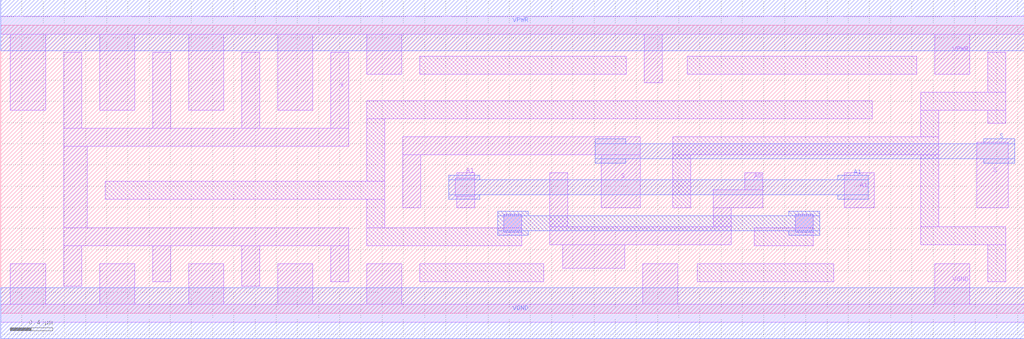
<source format=lef>
# Copyright 2020 The SkyWater PDK Authors
#
# Licensed under the Apache License, Version 2.0 (the "License");
# you may not use this file except in compliance with the License.
# You may obtain a copy of the License at
#
#     https://www.apache.org/licenses/LICENSE-2.0
#
# Unless required by applicable law or agreed to in writing, software
# distributed under the License is distributed on an "AS IS" BASIS,
# WITHOUT WARRANTIES OR CONDITIONS OF ANY KIND, either express or implied.
# See the License for the specific language governing permissions and
# limitations under the License.
#
# SPDX-License-Identifier: Apache-2.0

VERSION 5.5 ;
NAMESCASESENSITIVE ON ;
BUSBITCHARS "[]" ;
DIVIDERCHAR "/" ;
MACRO sky130_fd_sc_hd__mux2_8
  CLASS CORE ;
  SOURCE USER ;
  ORIGIN  0.000000  0.000000 ;
  SIZE  9.660000 BY  2.720000 ;
  SYMMETRY X Y R90 ;
  SITE unithd ;
  PIN A0
    ANTENNAGATEAREA  0.492000 ;
    DIRECTION INPUT ;
    USE SIGNAL ;
    PORT
      LAYER li1 ;
        RECT 5.180000 0.645000 6.895000 0.815000 ;
        RECT 5.180000 0.815000 5.350000 1.325000 ;
        RECT 5.305000 0.425000 5.890000 0.645000 ;
        RECT 6.725000 0.815000 6.895000 0.995000 ;
        RECT 6.725000 0.995000 7.195000 1.165000 ;
        RECT 7.025000 1.165000 7.195000 1.325000 ;
    END
  END A0
  PIN A1
    ANTENNAGATEAREA  0.492000 ;
    DIRECTION INPUT ;
    USE SIGNAL ;
    PORT
      LAYER li1 ;
        RECT 4.290000 1.105000 4.475000 1.275000 ;
        RECT 4.305000 0.995000 4.475000 1.105000 ;
        RECT 4.305000 1.275000 4.475000 1.325000 ;
    END
    PORT
      LAYER li1 ;
        RECT 7.960000 0.995000 8.245000 1.325000 ;
    END
    PORT
      LAYER met1 ;
        RECT 4.230000 1.075000 4.520000 1.120000 ;
        RECT 4.230000 1.120000 8.190000 1.260000 ;
        RECT 4.230000 1.260000 4.520000 1.305000 ;
        RECT 7.900000 1.075000 8.190000 1.120000 ;
        RECT 7.900000 1.260000 8.190000 1.305000 ;
    END
  END A1
  PIN S
    ANTENNAGATEAREA  0.739500 ;
    DIRECTION INPUT ;
    USE SIGNAL ;
    PORT
      LAYER li1 ;
        RECT 3.795000 0.995000 3.965000 1.495000 ;
        RECT 3.795000 1.495000 6.035000 1.665000 ;
        RECT 5.670000 0.995000 6.035000 1.495000 ;
    END
    PORT
      LAYER li1 ;
        RECT 9.215000 0.995000 9.510000 1.615000 ;
    END
    PORT
      LAYER met1 ;
        RECT 5.610000 1.415000 5.900000 1.460000 ;
        RECT 5.610000 1.460000 9.570000 1.600000 ;
        RECT 5.610000 1.600000 5.900000 1.645000 ;
        RECT 9.280000 1.415000 9.570000 1.460000 ;
        RECT 9.280000 1.600000 9.570000 1.645000 ;
    END
  END S
  PIN X
    ANTENNADIFFAREA  1.782000 ;
    DIRECTION OUTPUT ;
    USE SIGNAL ;
    PORT
      LAYER li1 ;
        RECT 0.595000 0.255000 0.765000 0.635000 ;
        RECT 0.595000 0.635000 3.285000 0.805000 ;
        RECT 0.595000 0.805000 0.815000 1.575000 ;
        RECT 0.595000 1.575000 3.285000 1.745000 ;
        RECT 0.595000 1.745000 0.765000 2.465000 ;
        RECT 1.435000 0.295000 1.605000 0.635000 ;
        RECT 1.435000 1.745000 1.605000 2.465000 ;
        RECT 2.275000 0.255000 2.445000 0.635000 ;
        RECT 2.275000 1.745000 2.445000 2.465000 ;
        RECT 3.115000 0.295000 3.285000 0.635000 ;
        RECT 3.115000 1.745000 3.285000 2.465000 ;
    END
  END X
  PIN VGND
    DIRECTION INOUT ;
    SHAPE ABUTMENT ;
    USE GROUND ;
    PORT
      LAYER li1 ;
        RECT 0.000000 -0.085000 9.660000 0.085000 ;
        RECT 0.090000  0.085000 0.425000 0.465000 ;
        RECT 0.935000  0.085000 1.265000 0.465000 ;
        RECT 1.775000  0.085000 2.105000 0.465000 ;
        RECT 2.615000  0.085000 2.945000 0.465000 ;
        RECT 3.455000  0.085000 3.785000 0.465000 ;
        RECT 6.060000  0.085000 6.390000 0.465000 ;
        RECT 8.815000  0.085000 9.145000 0.465000 ;
    END
    PORT
      LAYER met1 ;
        RECT 0.000000 -0.240000 9.660000 0.240000 ;
    END
  END VGND
  PIN VPWR
    DIRECTION INOUT ;
    SHAPE ABUTMENT ;
    USE POWER ;
    PORT
      LAYER li1 ;
        RECT 0.000000 2.635000 9.660000 2.805000 ;
        RECT 0.090000 1.915000 0.425000 2.635000 ;
        RECT 0.935000 1.915000 1.265000 2.635000 ;
        RECT 1.775000 1.915000 2.105000 2.635000 ;
        RECT 2.615000 1.915000 2.945000 2.635000 ;
        RECT 3.455000 2.255000 3.785000 2.635000 ;
        RECT 6.075000 2.175000 6.245000 2.635000 ;
        RECT 8.815000 2.255000 9.145000 2.635000 ;
    END
    PORT
      LAYER met1 ;
        RECT 0.000000 2.480000 9.660000 2.960000 ;
    END
  END VPWR
  OBS
    LAYER li1 ;
      RECT 0.985000 1.075000 3.625000 1.245000 ;
      RECT 3.455000 0.635000 4.920000 0.805000 ;
      RECT 3.455000 0.805000 3.625000 1.075000 ;
      RECT 3.455000 1.245000 3.625000 1.835000 ;
      RECT 3.455000 1.835000 8.225000 2.005000 ;
      RECT 3.955000 0.295000 5.125000 0.465000 ;
      RECT 3.955000 2.255000 5.905000 2.425000 ;
      RECT 4.750000 0.805000 4.920000 0.935000 ;
      RECT 6.345000 0.995000 6.515000 1.495000 ;
      RECT 6.345000 1.495000 8.855000 1.665000 ;
      RECT 6.480000 2.255000 8.645000 2.425000 ;
      RECT 6.575000 0.295000 7.865000 0.465000 ;
      RECT 7.115000 0.635000 7.670000 0.805000 ;
      RECT 7.500000 0.805000 7.670000 0.935000 ;
      RECT 8.685000 0.645000 9.485000 0.815000 ;
      RECT 8.685000 0.815000 8.855000 1.495000 ;
      RECT 8.685000 1.665000 8.855000 1.915000 ;
      RECT 8.685000 1.915000 9.485000 2.085000 ;
      RECT 9.315000 0.295000 9.485000 0.645000 ;
      RECT 9.315000 1.795000 9.485000 1.915000 ;
      RECT 9.315000 2.085000 9.485000 2.465000 ;
    LAYER mcon ;
      RECT 4.750000 0.765000 4.920000 0.935000 ;
      RECT 7.500000 0.765000 7.670000 0.935000 ;
    LAYER met1 ;
      RECT 4.690000 0.735000 4.980000 0.780000 ;
      RECT 4.690000 0.780000 7.730000 0.920000 ;
      RECT 4.690000 0.920000 4.980000 0.965000 ;
      RECT 7.440000 0.735000 7.730000 0.780000 ;
      RECT 7.440000 0.920000 7.730000 0.965000 ;
  END
END sky130_fd_sc_hd__mux2_8

</source>
